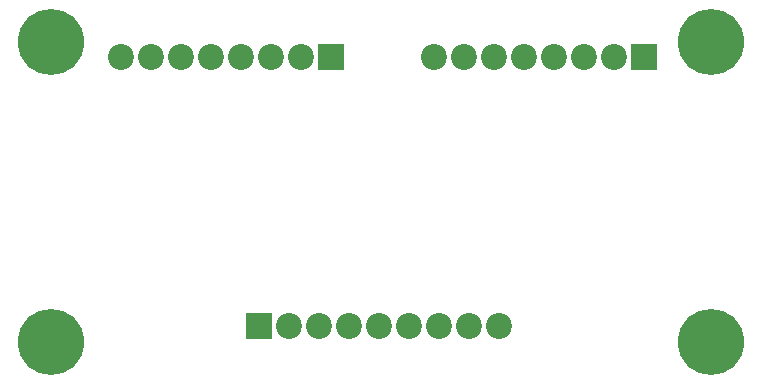
<source format=gbs>
G04 #@! TF.GenerationSoftware,KiCad,Pcbnew,(6.0.7)*
G04 #@! TF.CreationDate,2023-06-29T10:47:44-07:00*
G04 #@! TF.ProjectId,Solenoid Board Ground Systems,536f6c65-6e6f-4696-9420-426f61726420,rev?*
G04 #@! TF.SameCoordinates,Original*
G04 #@! TF.FileFunction,Soldermask,Bot*
G04 #@! TF.FilePolarity,Negative*
%FSLAX46Y46*%
G04 Gerber Fmt 4.6, Leading zero omitted, Abs format (unit mm)*
G04 Created by KiCad (PCBNEW (6.0.7)) date 2023-06-29 10:47:44*
%MOMM*%
%LPD*%
G01*
G04 APERTURE LIST*
%ADD10R,2.200000X2.200000*%
%ADD11C,2.200000*%
%ADD12C,5.600000*%
%ADD13C,3.600000*%
G04 APERTURE END LIST*
D10*
X46840000Y-53250000D03*
D11*
X49380000Y-53250000D03*
X51920000Y-53250000D03*
X54460000Y-53250000D03*
X57000000Y-53250000D03*
X59540000Y-53250000D03*
X62080000Y-53250000D03*
X64620000Y-53250000D03*
X67160000Y-53250000D03*
D12*
X85090000Y-29210000D03*
D13*
X85090000Y-29210000D03*
D12*
X29210000Y-29210000D03*
D13*
X29210000Y-29210000D03*
D10*
X79400400Y-30480000D03*
D11*
X76860400Y-30480000D03*
X74320400Y-30480000D03*
X71780400Y-30480000D03*
X69240400Y-30480000D03*
X66700400Y-30480000D03*
X64160400Y-30480000D03*
X61620400Y-30480000D03*
D12*
X29210000Y-54610000D03*
D13*
X29210000Y-54610000D03*
X85090000Y-54610000D03*
D12*
X85090000Y-54610000D03*
D10*
X52920000Y-30480000D03*
D11*
X50380000Y-30480000D03*
X47840000Y-30480000D03*
X45300000Y-30480000D03*
X42760000Y-30480000D03*
X40220000Y-30480000D03*
X37680000Y-30480000D03*
X35140000Y-30480000D03*
M02*

</source>
